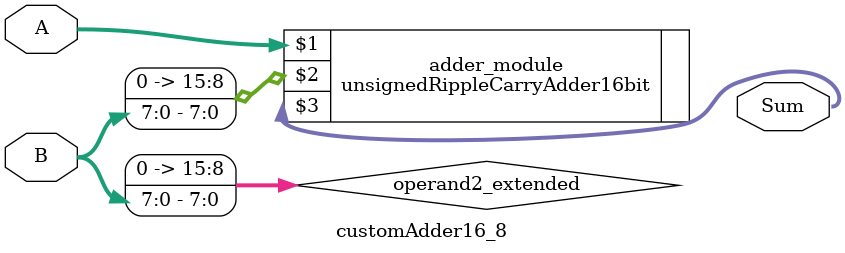
<source format=v>

module customAdder16_8(
                    input [15 : 0] A,
                    input [7 : 0] B,
                    
                    output [16 : 0] Sum
            );

    wire [15 : 0] operand2_extended;
    
    assign operand2_extended =  {8'b0, B};
    
    unsignedRippleCarryAdder16bit adder_module(
        A,
        operand2_extended,
        Sum
    );
    
endmodule
        
</source>
